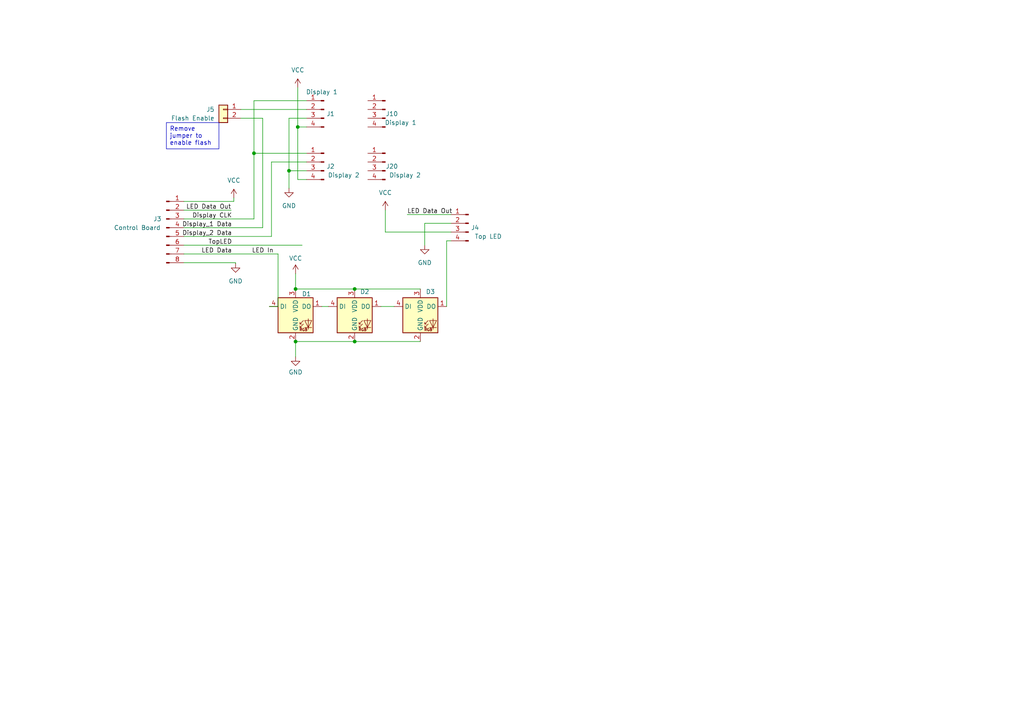
<source format=kicad_sch>
(kicad_sch (version 20230121) (generator eeschema)
  (paper "A4")
  (lib_symbols
    (symbol "Connector:Conn_01x04_Pin" (pin_names (offset 1.016) hide)
      (property "Reference" "J" (at 0 5.08 0))
      (property "Value" "Conn_01x04_Pin" (at 0 -7.62 0))
      (symbol "Conn_01x04_Pin_1_1"
        (polyline (pts (xy 1.27 -5.08) (xy 0.8636 -5.08)) (stroke (width 0.1524)))
        (polyline (pts (xy 1.27 -2.54) (xy 0.8636 -2.54)) (stroke (width 0.1524)))
        (polyline (pts (xy 1.27 0) (xy 0.8636 0)) (stroke (width 0.1524)))
        (polyline (pts (xy 1.27 2.54) (xy 0.8636 2.54)) (stroke (width 0.1524)))
        (rectangle (start 0.8636 -4.953) (end 0 -5.207) (stroke (width 0.1524)) (fill (type outline)))
        (rectangle (start 0.8636 -2.413) (end 0 -2.667) (stroke (width 0.1524)) (fill (type outline)))
        (rectangle (start 0.8636 0.127) (end 0 -0.127) (stroke (width 0.1524)) (fill (type outline)))
        (rectangle (start 0.8636 2.667) (end 0 2.413) (stroke (width 0.1524)) (fill (type outline)))
        (pin passive line (at 5.08 2.54 180) (length 3.81) (name "Pin_1") (number "1"))
        (pin passive line (at 5.08 0 180) (length 3.81) (name "Pin_2") (number "2"))
        (pin passive line (at 5.08 -2.54 180) (length 3.81) (name "Pin_3") (number "3"))
        (pin passive line (at 5.08 -5.08 180) (length 3.81) (name "Pin_4") (number "4"))
      )
    )
    (symbol "Connector:Conn_01x08_Pin" (pin_names (offset 1.016) hide)
      (property "Reference" "J" (at 0 10.16 0))
      (property "Value" "Conn_01x08_Pin" (at 0 -12.7 0))
      (symbol "Conn_01x08_Pin_1_1"
        (polyline (pts (xy 1.27 -10.16) (xy 0.8636 -10.16)) (stroke (width 0.1524)))
        (polyline (pts (xy 1.27 -7.62) (xy 0.8636 -7.62)) (stroke (width 0.1524)))
        (polyline (pts (xy 1.27 -5.08) (xy 0.8636 -5.08)) (stroke (width 0.1524)))
        (polyline (pts (xy 1.27 -2.54) (xy 0.8636 -2.54)) (stroke (width 0.1524)))
        (polyline (pts (xy 1.27 0) (xy 0.8636 0)) (stroke (width 0.1524)))
        (polyline (pts (xy 1.27 2.54) (xy 0.8636 2.54)) (stroke (width 0.1524)))
        (polyline (pts (xy 1.27 5.08) (xy 0.8636 5.08)) (stroke (width 0.1524)))
        (polyline (pts (xy 1.27 7.62) (xy 0.8636 7.62)) (stroke (width 0.1524)))
        (rectangle (start 0.8636 -10.033) (end 0 -10.287) (stroke (width 0.1524)) (fill (type outline)))
        (rectangle (start 0.8636 -7.493) (end 0 -7.747) (stroke (width 0.1524)) (fill (type outline)))
        (rectangle (start 0.8636 -4.953) (end 0 -5.207) (stroke (width 0.1524)) (fill (type outline)))
        (rectangle (start 0.8636 -2.413) (end 0 -2.667) (stroke (width 0.1524)) (fill (type outline)))
        (rectangle (start 0.8636 0.127) (end 0 -0.127) (stroke (width 0.1524)) (fill (type outline)))
        (rectangle (start 0.8636 2.667) (end 0 2.413) (stroke (width 0.1524)) (fill (type outline)))
        (rectangle (start 0.8636 5.207) (end 0 4.953) (stroke (width 0.1524)) (fill (type outline)))
        (rectangle (start 0.8636 7.747) (end 0 7.493) (stroke (width 0.1524)) (fill (type outline)))
        (pin passive line (at 5.08 7.62 180) (length 3.81) (name "Pin_1") (number "1"))
        (pin passive line (at 5.08 5.08 180) (length 3.81) (name "Pin_2") (number "2"))
        (pin passive line (at 5.08 2.54 180) (length 3.81) (name "Pin_3") (number "3"))
        (pin passive line (at 5.08 0 180) (length 3.81) (name "Pin_4") (number "4"))
        (pin passive line (at 5.08 -2.54 180) (length 3.81) (name "Pin_5") (number "5"))
        (pin passive line (at 5.08 -5.08 180) (length 3.81) (name "Pin_6") (number "6"))
        (pin passive line (at 5.08 -7.62 180) (length 3.81) (name "Pin_7") (number "7"))
        (pin passive line (at 5.08 -10.16 180) (length 3.81) (name "Pin_8") (number "8"))
      )
    )
    (symbol "Connector_Generic:Conn_01x02" (pin_names (offset 1.016) hide)
      (property "Reference" "J" (at 0 2.54 0))
      (property "Value" "Conn_01x02" (at 0 -5.08 0))
      (symbol "Conn_01x02_1_1"
        (rectangle (start -1.27 -2.413) (end 0 -2.667) (stroke (width 0.1524)))
        (rectangle (start -1.27 0.127) (end 0 -0.127) (stroke (width 0.1524)))
        (rectangle (start -1.27 1.27) (end 1.27 -3.81) (stroke (width 0.254)) (fill (type background)))
        (pin passive line (at -5.08 0 0) (length 3.81) (name "Pin_1") (number "1"))
        (pin passive line (at -5.08 -2.54 0) (length 3.81) (name "Pin_2") (number "2"))
      )
    )
    (symbol "LED:APA-106-F5"
      (property "Reference" "D" (at 5.08 5.715 0))
      (property "Value" "APA-106-F5" (at 1.27 -5.715 0))
      (symbol "APA-106-F5_0_0"
        (text "RGB" (at 2.286 -4.191 0) (effects (font (size 0.762 0.762))))
      )
      (symbol "APA-106-F5_0_1"
        (polyline (pts (xy 1.27 -3.556) (xy 1.778 -3.556)))
        (polyline (pts (xy 1.27 -2.54) (xy 1.778 -2.54)))
        (polyline (pts (xy 4.699 -3.556) (xy 2.667 -3.556)))
        (polyline (pts (xy 2.286 -2.54) (xy 1.27 -3.556) (xy 1.27 -3.048)))
        (polyline (pts (xy 2.286 -1.524) (xy 1.27 -2.54) (xy 1.27 -2.032)))
        (polyline (pts (xy 3.683 -1.016) (xy 3.683 -3.556) (xy 3.683 -4.064)))
        (polyline (pts (xy 4.699 -1.524) (xy 2.667 -1.524) (xy 3.683 -3.556) (xy 4.699 -1.524)))
        (rectangle (start 5.08 5.08) (end -5.08 -5.08) (stroke (width 0.254)) (fill (type background)))
      )
      (symbol "APA-106-F5_1_1"
        (pin output line (at 7.62 2.54 180) (length 2.54) (name "DO") (number "1"))
        (pin power_in line (at 0 -7.62 90) (length 2.54) (name "GND") (number "2"))
        (pin power_in line (at 0 7.62 270) (length 2.54) (name "VDD") (number "3"))
        (pin input line (at -7.62 2.54 0) (length 2.54) (name "DI") (number "4"))
      )
    )
    (symbol "power:GND" (power) (pin_names (offset 0))
      (property "Value" "GND" (at 0 -3.81 0))
      (symbol "GND_0_1"
        (polyline (pts (xy 0 0) (xy 0 -1.27) (xy 1.27 -1.27) (xy 0 -2.54) (xy -1.27 -1.27) (xy 0 -1.27)))
      )
      (symbol "GND_1_1"
        (pin power_in line (at 0 0 270) (length 0) hide (name "GND") (number "1"))
      )
    )
    (symbol "power:VCC" (power) (pin_names (offset 0))
      (property "Value" "VCC" (at 0 3.81 0))
      (symbol "VCC_0_1"
        (polyline (pts (xy -0.762 1.27) (xy 0 2.54)))
        (polyline (pts (xy 0 0) (xy 0 2.54)))
        (polyline (pts (xy 0 2.54) (xy 0.762 1.27)))
      )
      (symbol "VCC_1_1"
        (pin power_in line (at 0 0 90) (length 0) hide (name "VCC") (number "1"))
      )
    )
  )
  (junction (at 73.66 44.45))
  (junction (at 102.87 83.82))
  (junction (at 102.87 99.06))
  (junction (at 85.725 83.82))
  (junction (at 83.82 49.53))
  (junction (at 85.725 99.06))
  (junction (at 86.36 36.83))
  (wire (pts (xy 123.19 64.77) (xy 123.19 71.12)))
  (wire (pts (xy 129.54 88.9) (xy 129.54 69.85)))
  (wire (pts (xy 67.818 58.42) (xy 53.34 58.42)))
  (wire (pts (xy 53.34 71.12) (xy 87.63 71.12)))
  (wire (pts (xy 53.34 68.58) (xy 78.74 68.58)))
  (wire (pts (xy 73.66 44.45) (xy 88.9 44.45)))
  (wire (pts (xy 69.85 34.29) (xy 76.2 34.29)))
  (wire (pts (xy 111.76 60.96) (xy 111.76 67.31)))
  (wire (pts (xy 78.74 68.58) (xy 78.74 46.99)))
  (wire (pts (xy 88.9 49.53) (xy 83.82 49.53)))
  (wire (pts (xy 78.74 46.99) (xy 88.9 46.99)))
  (wire (pts (xy 102.87 83.82) (xy 121.92 83.82)))
  (wire (pts (xy 80.645 88.9) (xy 80.645 73.66)))
  (wire (pts (xy 68.326 76.2) (xy 68.326 76.454)))
  (wire (pts (xy 53.34 66.04) (xy 76.2 66.04)))
  (wire (pts (xy 83.82 34.29) (xy 83.82 49.53)))
  (wire (pts (xy 67.056 60.96) (xy 53.34 60.96)))
  (wire (pts (xy 85.725 83.82) (xy 102.87 83.82)))
  (wire (pts (xy 129.54 69.85) (xy 130.81 69.85)))
  (wire (pts (xy 85.725 99.06) (xy 85.725 103.505)))
  (wire (pts (xy 76.2 66.04) (xy 76.2 34.29)))
  (wire (pts (xy 73.66 44.45) (xy 73.66 29.21)))
  (wire (pts (xy 68.326 76.2) (xy 53.34 76.2)))
  (wire (pts (xy 88.9 36.83) (xy 86.36 36.83)))
  (wire (pts (xy 130.81 67.31) (xy 111.76 67.31)))
  (wire (pts (xy 85.725 79.375) (xy 85.725 83.82)))
  (wire (pts (xy 53.34 63.5) (xy 73.66 63.5)))
  (wire (pts (xy 118.11 62.23) (xy 130.81 62.23)))
  (wire (pts (xy 130.81 64.77) (xy 123.19 64.77)))
  (wire (pts (xy 67.818 57.404) (xy 67.818 58.42)))
  (wire (pts (xy 85.725 99.06) (xy 102.87 99.06)))
  (wire (pts (xy 88.9 52.07) (xy 86.36 52.07)))
  (wire (pts (xy 88.9 34.29) (xy 83.82 34.29)))
  (wire (pts (xy 110.49 88.9) (xy 114.3 88.9)))
  (wire (pts (xy 86.36 25.4) (xy 86.36 36.83)))
  (wire (pts (xy 69.85 31.75) (xy 88.9 31.75)))
  (wire (pts (xy 80.645 88.9) (xy 78.105 88.9)))
  (wire (pts (xy 86.36 36.83) (xy 86.36 52.07)))
  (wire (pts (xy 102.87 99.06) (xy 121.92 99.06)))
  (wire (pts (xy 80.645 73.66) (xy 53.34 73.66)))
  (wire (pts (xy 73.66 44.45) (xy 73.66 63.5)))
  (wire (pts (xy 83.82 49.53) (xy 83.82 54.61)))
  (wire (pts (xy 73.66 29.21) (xy 88.9 29.21)))
  (wire (pts (xy 93.345 88.9) (xy 95.25 88.9)))
  (text_box "Remove jumper to enable flash" (at 48.26 35.56 0) (size 15.24 7.62) (effects (font (size 1.27 1.27)) (justify left top)))
  (label "Display CLK" (at 67.31 63.5 180))
  (label "Display_2 Data" (at 67.31 68.58 180))
  (label "LED Data Out" (at 67.056 60.96 180))
  (label "LED In" (at 73.025 73.66 0))
  (label "LED Data Out" (at 118.11 62.23 0))
  (label "LED Data" (at 67.31 73.66 180))
  (label "TopLED" (at 67.31 71.12 180))
  (label "Display_1 Data" (at 67.31 66.04 180))
  (symbol (lib_id "Connector:Conn_01x04_Pin") (at 135.89 64.77 0) (mirror y) (unit 1)
    (property "Reference" "J4" (at 137.795 66.04 0))
    (property "Value" "Top LED" (at 141.605 68.58 0))
    (property "Footprint" "Connector_PinHeader_2.00mm:PinHeader_1x04_P2.00mm_Vertical" (effects hide))
  )
  (symbol (lib_id "Connector:Conn_01x08_Pin") (at 48.26 66.04 0) (unit 1)
    (property "Reference" "J3" (at 44.45 63.5 0) (effects (justify left)))
    (property "Value" "Control Board" (at 33.02 66.04 0) (effects (justify left)))
    (property "Footprint" "Connector_PinHeader_2.00mm:PinHeader_1x08_P2.00mm_Vertical" (effects hide))
  )
  (symbol (lib_id "LED:APA-106-F5") (at 102.87 91.44 0) (unit 1)
    (property "Reference" "D2" (at 105.791 84.6171 0))
    (property "Value" "APA-106-F5" (effects hide))
    (property "Footprint" "LED_THT:LED_D5.0mm-4_RGB" (effects hide))
    (property "Datasheet" "https://cdn.sparkfun.com/datasheets/Components/LED/COM-12877.pdf" (effects hide))
  )
  (symbol (lib_id "power:GND") (at 68.326 76.454 0) (mirror y) (unit 1)
    (property "Reference" "#PWR04" (effects hide))
    (property "Value" "GND" (at 68.326 81.534 0))
  )
  (symbol (lib_id "Connector:Conn_01x04_Pin") (at 111.76 31.75 0) (mirror y) (unit 1)
    (property "Reference" "J10" (at 113.665 33.02 0))
    (property "Value" "Display 1" (at 116.205 35.56 0))
    (property "Footprint" "Connector_PinHeader_2.54mm:PinHeader_1x04_P2.54mm_Vertical" (effects hide))
  )
  (symbol (lib_id "power:VCC") (at 67.818 57.404 0) (mirror y) (unit 1)
    (property "Reference" "#PWR03" (effects hide))
    (property "Value" "VCC" (at 67.818 52.324 0))
  )
  (symbol (lib_id "power:VCC") (at 85.725 79.375 0) (unit 1)
    (property "Reference" "#PWR01" (effects hide))
    (property "Value" "VCC" (at 85.725 74.93 0))
  )
  (symbol (lib_id "Connector_Generic:Conn_01x02") (at 64.77 31.75 0) (mirror y) (unit 1)
    (property "Reference" "J5" (at 62.23 31.75 0) (effects (justify left)))
    (property "Value" "Flash Enable" (at 62.23 34.29 0) (effects (justify left)))
    (property "Footprint" "Connector_PinHeader_2.54mm:PinHeader_1x02_P2.54mm_Vertical" (effects hide))
  )
  (symbol (lib_id "Connector:Conn_01x04_Pin") (at 111.76 46.99 0) (mirror y) (unit 1)
    (property "Reference" "J20" (at 113.665 48.26 0))
    (property "Value" "Display 2" (at 117.475 50.8 0))
    (property "Footprint" "Connector_PinHeader_2.54mm:PinHeader_1x04_P2.54mm_Vertical" (effects hide))
  )
  (symbol (lib_id "power:VCC") (at 111.76 60.96 0) (unit 1)
    (property "Reference" "#PWR07" (effects hide))
    (property "Value" "VCC" (at 111.76 55.88 0))
  )
  (symbol (lib_id "power:GND") (at 123.19 71.12 0) (unit 1)
    (property "Reference" "#PWR08" (effects hide))
    (property "Value" "GND" (at 123.19 76.2 0))
  )
  (symbol (lib_id "Connector:Conn_01x04_Pin") (at 93.98 31.75 0) (mirror y) (unit 1)
    (property "Reference" "J1" (at 95.885 33.02 0))
    (property "Value" "Display 1" (at 93.345 26.67 0))
    (property "Footprint" "Connector_PinHeader_2.54mm:PinHeader_1x04_P2.54mm_Vertical" (effects hide))
  )
  (symbol (lib_id "power:VCC") (at 86.36 25.4 0) (unit 1)
    (property "Reference" "#PWR05" (effects hide))
    (property "Value" "VCC" (at 86.36 20.32 0))
  )
  (symbol (lib_id "Connector:Conn_01x04_Pin") (at 93.98 46.99 0) (mirror y) (unit 1)
    (property "Reference" "J2" (at 95.885 48.26 0))
    (property "Value" "Display 2" (at 99.695 50.8 0))
    (property "Footprint" "Connector_PinHeader_2.54mm:PinHeader_1x04_P2.54mm_Vertical" (effects hide))
  )
  (symbol (lib_id "LED:APA-106-F5") (at 85.725 91.44 0) (unit 1)
    (property "Reference" "D1" (at 88.9 85.2521 0))
    (property "Value" "APA-106-F5" (effects hide))
    (property "Footprint" "LED_THT:LED_D5.0mm-4_RGB" (effects hide))
    (property "Datasheet" "https://cdn.sparkfun.com/datasheets/Components/LED/COM-12877.pdf" (effects hide))
  )
  (symbol (lib_id "LED:APA-106-F5") (at 121.92 91.44 0) (unit 1)
    (property "Reference" "D3" (at 124.841 84.6171 0))
    (property "Value" "APA-106-F5" (effects hide))
    (property "Footprint" "LED_THT:LED_D5.0mm-4_RGB" (effects hide))
    (property "Datasheet" "https://cdn.sparkfun.com/datasheets/Components/LED/COM-12877.pdf" (effects hide))
  )
  (symbol (lib_id "power:GND") (at 83.82 54.61 0) (mirror y) (unit 1)
    (property "Reference" "#PWR06" (effects hide))
    (property "Value" "GND" (at 83.82 59.69 0))
  )
  (symbol (lib_id "power:GND") (at 85.725 103.505 0) (unit 1)
    (property "Reference" "#PWR02" (effects hide))
    (property "Value" "GND" (at 85.725 107.95 0))
  )
)
</source>
